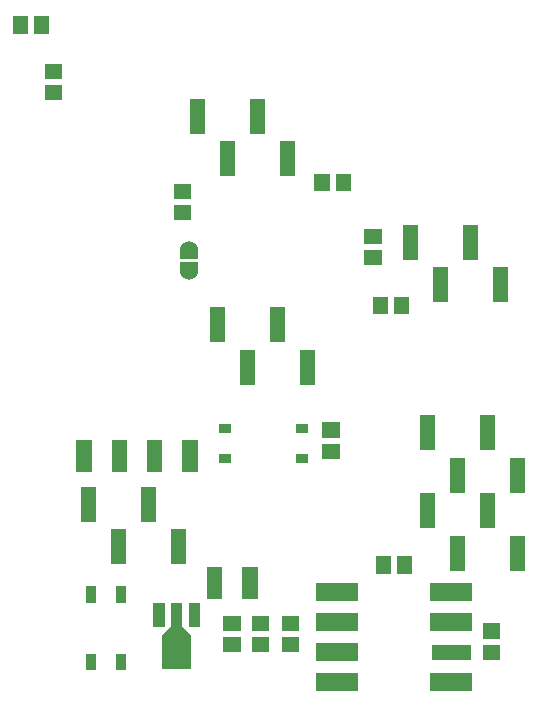
<source format=gbr>
G04 start of page 10 for group -4015 idx -4015 *
G04 Title: (unknown), toppaste *
G04 Creator: pcb 20140316 *
G04 CreationDate: Wed 08 Apr 2015 04:08:23 PM GMT UTC *
G04 For: ndholmes *
G04 Format: Gerber/RS-274X *
G04 PCB-Dimensions (mil): 2110.00 2710.00 *
G04 PCB-Coordinate-Origin: lower left *
%MOIN*%
%FSLAX25Y25*%
%LNTOPPASTE*%
%ADD96C,0.0001*%
%ADD95R,0.0945X0.0945*%
%ADD94R,0.0378X0.0378*%
%ADD93R,0.0300X0.0300*%
%ADD92C,0.0600*%
%ADD91R,0.0600X0.0600*%
%ADD90R,0.0500X0.0500*%
%ADD89R,0.0310X0.0310*%
%ADD88R,0.0512X0.0512*%
G54D88*X55595Y115255D02*Y109745D01*
X67405Y115255D02*Y109745D01*
X43905Y115255D02*Y109745D01*
X32095Y115255D02*Y109745D01*
X90607Y56586D02*X91393D01*
X90607Y49500D02*X91393D01*
X139043Y76393D02*Y75607D01*
X131957Y76393D02*Y75607D01*
G54D89*X44500Y67450D02*Y65050D01*
Y44950D02*Y42550D01*
X34500Y67450D02*Y65050D01*
Y44950D02*Y42550D01*
G54D90*X63514Y85426D02*Y78773D01*
X53514Y99599D02*Y92946D01*
X43514Y85426D02*Y78773D01*
X33514Y99599D02*Y92946D01*
X146500Y123413D02*Y116760D01*
X156500Y109240D02*Y102587D01*
X166500Y123413D02*Y116760D01*
X176500Y109240D02*Y102587D01*
G54D88*X111457Y203893D02*Y203107D01*
X118543Y203893D02*Y203107D01*
X64607Y200543D02*X65393D01*
X64607Y193457D02*X65393D01*
G54D90*X146500Y97413D02*Y90760D01*
X156500Y83240D02*Y76587D01*
X166500Y97413D02*Y90760D01*
X176500Y83240D02*Y76587D01*
G54D88*X167607Y54043D02*X168393D01*
X167607Y46957D02*X168393D01*
G54D91*X112500Y67000D02*X120500D01*
X150500D02*X158500D01*
X112500Y57000D02*X120500D01*
X150500D02*X158500D01*
X112500Y47000D02*X120500D01*
G54D90*X150500D02*X158500D01*
G54D91*X112500Y37000D02*X120500D01*
X150500D02*X158500D01*
G54D88*X21607Y240543D02*X22393D01*
X21607Y233457D02*X22393D01*
X81107Y56543D02*X81893D01*
X81107Y49457D02*X81893D01*
G54D90*X141000Y186913D02*Y180260D01*
X151000Y172740D02*Y166087D01*
X161000Y186913D02*Y180260D01*
X171000Y172740D02*Y166087D01*
X70000Y228913D02*Y222260D01*
X80000Y214740D02*Y208087D01*
X90000Y228913D02*Y222260D01*
X100000Y214740D02*Y208087D01*
G54D88*X138043Y162893D02*Y162107D01*
X130957Y162893D02*Y162107D01*
X128107Y185543D02*X128893D01*
X128107Y178457D02*X128893D01*
G54D92*X67000Y180900D03*
G54D93*X65500Y179400D02*X68500D01*
G54D92*X67000Y174100D03*
G54D93*X65500Y175600D02*X68500D01*
G54D88*X114107Y121043D02*X114893D01*
X114107Y113957D02*X114893D01*
G54D94*X68906Y61405D02*Y57311D01*
X63000Y61405D02*Y49595D01*
G54D95*Y47861D02*Y45971D01*
G54D96*G36*
X64885Y55426D02*X67725Y52586D01*
X66305Y51166D01*
X63465Y54006D01*
X64885Y55426D01*
G37*
G36*
X58275Y52586D02*X61115Y55426D01*
X62535Y54006D01*
X59695Y51166D01*
X58275Y52586D01*
G37*
G54D94*X57094Y61405D02*Y57311D01*
G54D89*X104300Y111500D02*X105200D01*
X78800D02*X79700D01*
X104300Y121500D02*X105200D01*
X78800D02*X79700D01*
G54D88*X75690Y72755D02*Y67245D01*
X87500Y72755D02*Y67245D01*
G54D90*X76500Y159413D02*Y152760D01*
X86500Y145240D02*Y138587D01*
X96500Y159413D02*Y152760D01*
X106500Y145240D02*Y138587D01*
G54D88*X100607Y56543D02*X101393D01*
X100607Y49457D02*X101393D01*
X10957Y256393D02*Y255607D01*
X18043Y256393D02*Y255607D01*
M02*

</source>
